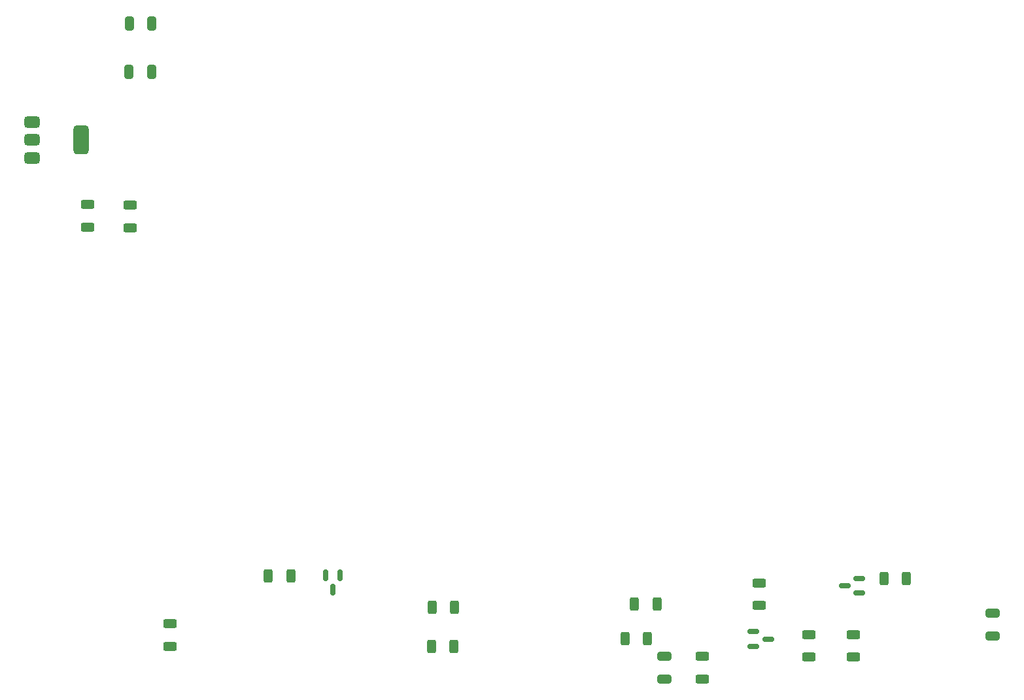
<source format=gbr>
%TF.GenerationSoftware,KiCad,Pcbnew,9.0.1*%
%TF.CreationDate,2025-04-15T15:16:39+02:00*%
%TF.ProjectId,lcd,6c63642e-6b69-4636-9164-5f7063625858,rev?*%
%TF.SameCoordinates,Original*%
%TF.FileFunction,Paste,Top*%
%TF.FilePolarity,Positive*%
%FSLAX46Y46*%
G04 Gerber Fmt 4.6, Leading zero omitted, Abs format (unit mm)*
G04 Created by KiCad (PCBNEW 9.0.1) date 2025-04-15 15:16:39*
%MOMM*%
%LPD*%
G01*
G04 APERTURE LIST*
G04 Aperture macros list*
%AMRoundRect*
0 Rectangle with rounded corners*
0 $1 Rounding radius*
0 $2 $3 $4 $5 $6 $7 $8 $9 X,Y pos of 4 corners*
0 Add a 4 corners polygon primitive as box body*
4,1,4,$2,$3,$4,$5,$6,$7,$8,$9,$2,$3,0*
0 Add four circle primitives for the rounded corners*
1,1,$1+$1,$2,$3*
1,1,$1+$1,$4,$5*
1,1,$1+$1,$6,$7*
1,1,$1+$1,$8,$9*
0 Add four rect primitives between the rounded corners*
20,1,$1+$1,$2,$3,$4,$5,0*
20,1,$1+$1,$4,$5,$6,$7,0*
20,1,$1+$1,$6,$7,$8,$9,0*
20,1,$1+$1,$8,$9,$2,$3,0*%
G04 Aperture macros list end*
%ADD10RoundRect,0.250000X-0.650000X0.325000X-0.650000X-0.325000X0.650000X-0.325000X0.650000X0.325000X0*%
%ADD11RoundRect,0.150000X-0.150000X0.587500X-0.150000X-0.587500X0.150000X-0.587500X0.150000X0.587500X0*%
%ADD12RoundRect,0.250000X-0.312500X-0.625000X0.312500X-0.625000X0.312500X0.625000X-0.312500X0.625000X0*%
%ADD13RoundRect,0.250000X-0.625000X0.312500X-0.625000X-0.312500X0.625000X-0.312500X0.625000X0.312500X0*%
%ADD14RoundRect,0.250000X-0.325000X-0.650000X0.325000X-0.650000X0.325000X0.650000X-0.325000X0.650000X0*%
%ADD15RoundRect,0.150000X-0.587500X-0.150000X0.587500X-0.150000X0.587500X0.150000X-0.587500X0.150000X0*%
%ADD16RoundRect,0.150000X0.587500X0.150000X-0.587500X0.150000X-0.587500X-0.150000X0.587500X-0.150000X0*%
%ADD17RoundRect,0.250000X0.625000X-0.312500X0.625000X0.312500X-0.625000X0.312500X-0.625000X-0.312500X0*%
%ADD18RoundRect,0.250000X0.312500X0.625000X-0.312500X0.625000X-0.312500X-0.625000X0.312500X-0.625000X0*%
%ADD19RoundRect,0.375000X-0.625000X-0.375000X0.625000X-0.375000X0.625000X0.375000X-0.625000X0.375000X0*%
%ADD20RoundRect,0.500000X-0.500000X-1.400000X0.500000X-1.400000X0.500000X1.400000X-0.500000X1.400000X0*%
G04 APERTURE END LIST*
D10*
%TO.C,C2*%
X159350000Y-141475000D03*
X159350000Y-144425000D03*
%TD*%
D11*
%TO.C,Q1*%
X117400000Y-131012500D03*
X115500000Y-131012500D03*
X116450000Y-132887500D03*
%TD*%
D12*
%TO.C,R7*%
X154275000Y-139200000D03*
X157200000Y-139200000D03*
%TD*%
D13*
%TO.C,R10*%
X183850000Y-138687500D03*
X183850000Y-141612500D03*
%TD*%
D12*
%TO.C,R13*%
X129187500Y-140250000D03*
X132112500Y-140250000D03*
%TD*%
%TO.C,R12*%
X187787500Y-131450000D03*
X190712500Y-131450000D03*
%TD*%
D13*
%TO.C,R8*%
X164250000Y-141487500D03*
X164250000Y-144412500D03*
%TD*%
D12*
%TO.C,R11*%
X129287500Y-135150000D03*
X132212500Y-135150000D03*
%TD*%
D14*
%TO.C,C4*%
X90000000Y-65750000D03*
X92950000Y-65750000D03*
%TD*%
D10*
%TO.C,C6*%
X201850000Y-135875000D03*
X201850000Y-138825000D03*
%TD*%
D15*
%TO.C,Q2*%
X170912500Y-138300000D03*
X170912500Y-140200000D03*
X172787500Y-139250000D03*
%TD*%
D13*
%TO.C,R2*%
X90150000Y-82987500D03*
X90150000Y-85912500D03*
%TD*%
D12*
%TO.C,R6*%
X155487500Y-134750000D03*
X158412500Y-134750000D03*
%TD*%
D13*
%TO.C,R9*%
X178050000Y-138687500D03*
X178050000Y-141612500D03*
%TD*%
D16*
%TO.C,Q3*%
X184625000Y-133300000D03*
X184625000Y-131400000D03*
X182750000Y-132350000D03*
%TD*%
D17*
%TO.C,R14*%
X95350000Y-140212500D03*
X95350000Y-137287500D03*
%TD*%
D18*
%TO.C,R5*%
X111012500Y-131050000D03*
X108087500Y-131050000D03*
%TD*%
D17*
%TO.C,R1*%
X84650000Y-85850000D03*
X84650000Y-82925000D03*
%TD*%
D13*
%TO.C,R3*%
X171650000Y-131987500D03*
X171650000Y-134912500D03*
%TD*%
D14*
%TO.C,C3*%
X90075000Y-59450000D03*
X93025000Y-59450000D03*
%TD*%
D19*
%TO.C,U3*%
X77500000Y-72250000D03*
X77500000Y-74550000D03*
D20*
X83800000Y-74550000D03*
D19*
X77500000Y-76850000D03*
%TD*%
M02*

</source>
